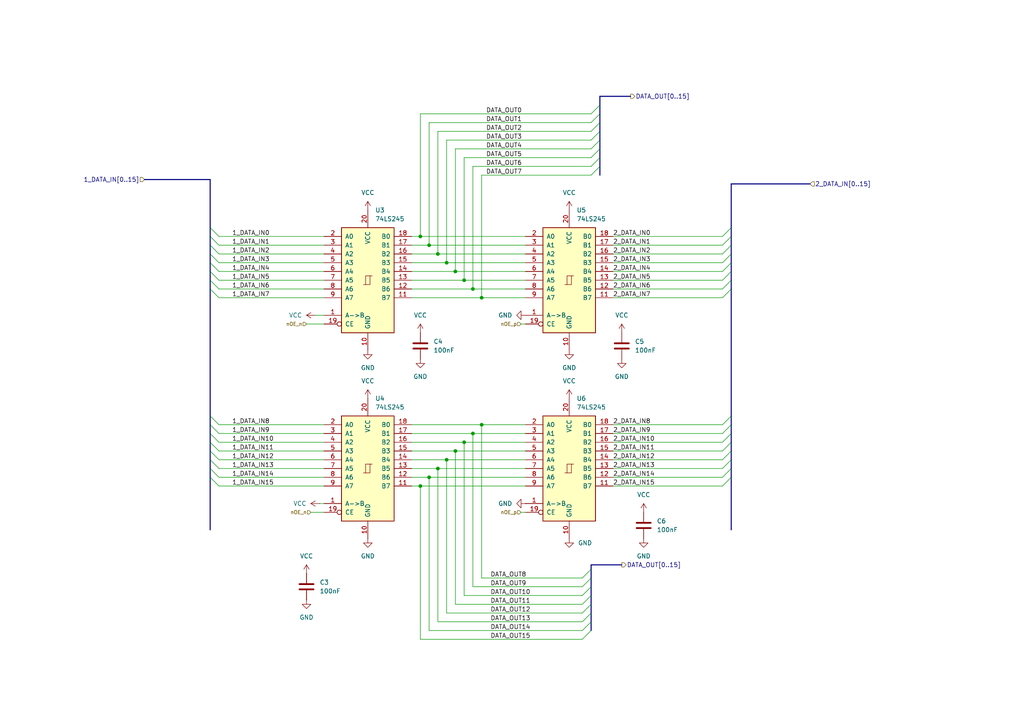
<source format=kicad_sch>
(kicad_sch (version 20250114) (generator "eeschema") (generator_version "9.0")
  (paper "A4")
  (title_block (title "MUX"))
  (lib_symbols
    (symbol "74xx:74LS245" (pin_names (offset 1.016))
      (property "Reference" "U" (at -7.62 16.51 0))
      (property "Value" "74LS245" (at -7.62 -16.51 0))
      (symbol "74LS245_1_0"
        (polyline (pts (xy -1.27 -1.27) (xy 0.635 -1.27) (xy 0.635 1.27) (xy 1.27 1.27)))
        (polyline (pts (xy -0.635 -1.27) (xy -0.635 1.27) (xy 0.635 1.27)))
        (pin tri_state line (at -12.7 12.7 0) (length 5.08) (name "A0") (number "2"))
        (pin tri_state line (at -12.7 10.16 0) (length 5.08) (name "A1") (number "3"))
        (pin tri_state line (at -12.7 7.62 0) (length 5.08) (name "A2") (number "4"))
        (pin tri_state line (at -12.7 5.08 0) (length 5.08) (name "A3") (number "5"))
        (pin tri_state line (at -12.7 2.54 0) (length 5.08) (name "A4") (number "6"))
        (pin tri_state line (at -12.7 0 0) (length 5.08) (name "A5") (number "7"))
        (pin tri_state line (at -12.7 -2.54 0) (length 5.08) (name "A6") (number "8"))
        (pin tri_state line (at -12.7 -5.08 0) (length 5.08) (name "A7") (number "9"))
        (pin input line (at -12.7 -10.16 0) (length 5.08) (name "A->B") (number "1"))
        (pin input inverted (at -12.7 -12.7 0) (length 5.08) (name "CE") (number "19"))
        (pin power_in line (at 0 20.32 270) (length 5.08) (name "VCC") (number "20"))
        (pin power_in line (at 0 -20.32 90) (length 5.08) (name "GND") (number "10"))
        (pin tri_state line (at 12.7 12.7 180) (length 5.08) (name "B0") (number "18"))
        (pin tri_state line (at 12.7 10.16 180) (length 5.08) (name "B1") (number "17"))
        (pin tri_state line (at 12.7 7.62 180) (length 5.08) (name "B2") (number "16"))
        (pin tri_state line (at 12.7 5.08 180) (length 5.08) (name "B3") (number "15"))
        (pin tri_state line (at 12.7 2.54 180) (length 5.08) (name "B4") (number "14"))
        (pin tri_state line (at 12.7 0 180) (length 5.08) (name "B5") (number "13"))
        (pin tri_state line (at 12.7 -2.54 180) (length 5.08) (name "B6") (number "12"))
        (pin tri_state line (at 12.7 -5.08 180) (length 5.08) (name "B7") (number "11"))
      )
      (symbol "74LS245_1_1"
        (rectangle (start -7.62 15.24) (end 7.62 -15.24) (stroke (width 0.254)) (fill (type background)))
      )
    )
    (symbol "Device:C" (pin_numbers (hide yes)) (pin_names (offset 0.254))
      (property "Reference" "C" (at 0.635 2.54 0))
      (property "Value" "C" (at 0.635 -2.54 0))
      (symbol "C_0_1"
        (polyline (pts (xy -2.032 0.762) (xy 2.032 0.762)) (stroke (width 0.508)))
        (polyline (pts (xy -2.032 -0.762) (xy 2.032 -0.762)) (stroke (width 0.508)))
      )
      (symbol "C_1_1"
        (pin passive line (at 0 3.81 270) (length 2.794) (name "~") (number "1"))
        (pin passive line (at 0 -3.81 90) (length 2.794) (name "~") (number "2"))
      )
    )
    (symbol "power:GND" (power) (pin_numbers (hide yes)) (pin_names (offset 0) (hide yes))
      (property "Value" "GND" (at 0 -3.81 0))
      (symbol "GND_0_1"
        (polyline (pts (xy 0 0) (xy 0 -1.27) (xy 1.27 -1.27) (xy 0 -2.54) (xy -1.27 -1.27) (xy 0 -1.27)))
      )
      (symbol "GND_1_1"
        (pin power_in line (at 0 0 270) (length 0) (name "~") (number "1"))
      )
    )
    (symbol "power:VCC" (power) (pin_numbers (hide yes)) (pin_names (offset 0) (hide yes))
      (property "Value" "VCC" (at 0 3.556 0))
      (symbol "VCC_0_1"
        (polyline (pts (xy -0.762 1.27) (xy 0 2.54)))
        (polyline (pts (xy 0 2.54) (xy 0.762 1.27)))
        (polyline (pts (xy 0 0) (xy 0 2.54)))
      )
      (symbol "VCC_1_1"
        (pin power_in line (at 0 0 90) (length 0) (name "~") (number "1"))
      )
    )
  )
  (junction (at 124.46 71.12))
  (junction (at 124.46 138.43))
  (junction (at 121.92 140.97))
  (junction (at 121.92 68.58))
  (junction (at 137.16 83.82))
  (junction (at 127 135.89))
  (junction (at 134.62 81.28))
  (junction (at 139.7 86.36))
  (junction (at 129.54 133.35))
  (junction (at 129.54 76.2))
  (junction (at 139.7 123.19))
  (junction (at 132.08 130.81))
  (junction (at 134.62 128.27))
  (junction (at 127 73.66))
  (junction (at 132.08 78.74))
  (junction (at 137.16 125.73))
  (bus_entry (at 212.09 81.28) (size -2.54 2.54))
  (bus_entry (at 60.96 125.73) (size 2.54 2.54))
  (bus_entry (at 171.45 43.18) (size 2.54 -2.54))
  (bus_entry (at 212.09 73.66) (size -2.54 2.54))
  (bus_entry (at 212.09 66.04) (size -2.54 2.54))
  (bus_entry (at 212.09 76.2) (size -2.54 2.54))
  (bus_entry (at 168.91 185.42) (size 2.54 -2.54))
  (bus_entry (at 212.09 128.27) (size -2.54 2.54))
  (bus_entry (at 60.96 71.12) (size 2.54 2.54))
  (bus_entry (at 212.09 135.89) (size -2.54 2.54))
  (bus_entry (at 168.91 177.8) (size 2.54 -2.54))
  (bus_entry (at 212.09 125.73) (size -2.54 2.54))
  (bus_entry (at 60.96 128.27) (size 2.54 2.54))
  (bus_entry (at 60.96 78.74) (size 2.54 2.54))
  (bus_entry (at 168.91 170.18) (size 2.54 -2.54))
  (bus_entry (at 171.45 38.1) (size 2.54 -2.54))
  (bus_entry (at 60.96 130.81) (size 2.54 2.54))
  (bus_entry (at 212.09 71.12) (size -2.54 2.54))
  (bus_entry (at 60.96 123.19) (size 2.54 2.54))
  (bus_entry (at 168.91 175.26) (size 2.54 -2.54))
  (bus_entry (at 171.45 45.72) (size 2.54 -2.54))
  (bus_entry (at 212.09 78.74) (size -2.54 2.54))
  (bus_entry (at 60.96 138.43) (size 2.54 2.54))
  (bus_entry (at 212.09 120.65) (size -2.54 2.54))
  (bus_entry (at 168.91 167.64) (size 2.54 -2.54))
  (bus_entry (at 60.96 81.28) (size 2.54 2.54))
  (bus_entry (at 60.96 76.2) (size 2.54 2.54))
  (bus_entry (at 171.45 48.26) (size 2.54 -2.54))
  (bus_entry (at 212.09 68.58) (size -2.54 2.54))
  (bus_entry (at 171.45 40.64) (size 2.54 -2.54))
  (bus_entry (at 60.96 73.66) (size 2.54 2.54))
  (bus_entry (at 168.91 180.34) (size 2.54 -2.54))
  (bus_entry (at 60.96 120.65) (size 2.54 2.54))
  (bus_entry (at 168.91 182.88) (size 2.54 -2.54))
  (bus_entry (at 60.96 83.82) (size 2.54 2.54))
  (bus_entry (at 212.09 83.82) (size -2.54 2.54))
  (bus_entry (at 212.09 130.81) (size -2.54 2.54))
  (bus_entry (at 212.09 123.19) (size -2.54 2.54))
  (bus_entry (at 60.96 133.35) (size 2.54 2.54))
  (bus_entry (at 212.09 133.35) (size -2.54 2.54))
  (bus_entry (at 60.96 135.89) (size 2.54 2.54))
  (bus_entry (at 212.09 138.43) (size -2.54 2.54))
  (bus_entry (at 168.91 172.72) (size 2.54 -2.54))
  (bus_entry (at 171.45 33.02) (size 2.54 -2.54))
  (bus_entry (at 171.45 50.8) (size 2.54 -2.54))
  (bus_entry (at 60.96 66.04) (size 2.54 2.54))
  (bus_entry (at 171.45 35.56) (size 2.54 -2.54))
  (bus_entry (at 60.96 68.58) (size 2.54 2.54))
  (bus (pts (xy 60.96 83.82) (xy 60.96 120.65)))
  (wire (pts (xy 134.62 172.72) (xy 134.62 128.27)))
  (bus (pts (xy 171.45 172.72) (xy 171.45 175.26)))
  (wire (pts (xy 168.91 177.8) (xy 129.54 177.8)))
  (wire (pts (xy 93.98 146.05) (xy 92.71 146.05)))
  (wire (pts (xy 129.54 40.64) (xy 129.54 76.2)))
  (bus (pts (xy 212.09 71.12) (xy 212.09 68.58)))
  (wire (pts (xy 171.45 38.1) (xy 127 38.1)))
  (wire (pts (xy 177.8 76.2) (xy 209.55 76.2)))
  (bus (pts (xy 60.96 133.35) (xy 60.96 135.89)))
  (wire (pts (xy 132.08 43.18) (xy 132.08 78.74)))
  (bus (pts (xy 212.09 78.74) (xy 212.09 76.2)))
  (bus (pts (xy 212.09 130.81) (xy 212.09 128.27)))
  (wire (pts (xy 63.5 140.97) (xy 93.98 140.97)))
  (wire (pts (xy 124.46 71.12) (xy 152.4 71.12)))
  (wire (pts (xy 119.38 68.58) (xy 121.92 68.58)))
  (bus (pts (xy 60.96 76.2) (xy 60.96 78.74)))
  (wire (pts (xy 177.8 86.36) (xy 209.55 86.36)))
  (wire (pts (xy 132.08 78.74) (xy 152.4 78.74)))
  (wire (pts (xy 119.38 76.2) (xy 129.54 76.2)))
  (wire (pts (xy 137.16 48.26) (xy 137.16 83.82)))
  (bus (pts (xy 41.91 52.07) (xy 60.96 52.07)))
  (wire (pts (xy 177.8 138.43) (xy 209.55 138.43)))
  (wire (pts (xy 63.5 123.19) (xy 93.98 123.19)))
  (wire (pts (xy 119.38 86.36) (xy 139.7 86.36)))
  (wire (pts (xy 129.54 133.35) (xy 152.4 133.35)))
  (bus (pts (xy 212.09 135.89) (xy 212.09 133.35)))
  (wire (pts (xy 139.7 123.19) (xy 152.4 123.19)))
  (wire (pts (xy 177.8 133.35) (xy 209.55 133.35)))
  (wire (pts (xy 121.92 68.58) (xy 152.4 68.58)))
  (bus (pts (xy 173.99 40.64) (xy 173.99 38.1)))
  (wire (pts (xy 63.5 83.82) (xy 93.98 83.82)))
  (wire (pts (xy 127 135.89) (xy 152.4 135.89)))
  (wire (pts (xy 119.38 135.89) (xy 127 135.89)))
  (wire (pts (xy 119.38 128.27) (xy 134.62 128.27)))
  (wire (pts (xy 151.13 93.98) (xy 152.4 93.98)))
  (wire (pts (xy 63.5 71.12) (xy 93.98 71.12)))
  (bus (pts (xy 171.45 165.1) (xy 171.45 167.64)))
  (wire (pts (xy 132.08 175.26) (xy 132.08 130.81)))
  (bus (pts (xy 60.96 81.28) (xy 60.96 83.82)))
  (bus (pts (xy 212.09 68.58) (xy 212.09 66.04)))
  (wire (pts (xy 119.38 78.74) (xy 132.08 78.74)))
  (wire (pts (xy 177.8 68.58) (xy 209.55 68.58)))
  (wire (pts (xy 177.8 81.28) (xy 209.55 81.28)))
  (bus (pts (xy 60.96 78.74) (xy 60.96 81.28)))
  (wire (pts (xy 177.8 128.27) (xy 209.55 128.27)))
  (bus (pts (xy 171.45 167.64) (xy 171.45 170.18)))
  (wire (pts (xy 129.54 177.8) (xy 129.54 133.35)))
  (wire (pts (xy 134.62 45.72) (xy 134.62 81.28)))
  (bus (pts (xy 171.45 180.34) (xy 171.45 182.88)))
  (wire (pts (xy 139.7 167.64) (xy 139.7 123.19)))
  (wire (pts (xy 137.16 83.82) (xy 152.4 83.82)))
  (bus (pts (xy 173.99 33.02) (xy 173.99 30.48)))
  (wire (pts (xy 63.5 128.27) (xy 93.98 128.27)))
  (wire (pts (xy 121.92 140.97) (xy 121.92 185.42)))
  (wire (pts (xy 93.98 91.44) (xy 91.44 91.44)))
  (bus (pts (xy 171.45 180.34) (xy 171.45 177.8)))
  (wire (pts (xy 127 180.34) (xy 127 135.89)))
  (bus (pts (xy 173.99 27.94) (xy 182.88 27.94)))
  (bus (pts (xy 173.99 38.1) (xy 173.99 35.56)))
  (wire (pts (xy 63.5 86.36) (xy 93.98 86.36)))
  (bus (pts (xy 60.96 68.58) (xy 60.96 71.12)))
  (wire (pts (xy 63.5 133.35) (xy 93.98 133.35)))
  (wire (pts (xy 171.45 35.56) (xy 124.46 35.56)))
  (bus (pts (xy 173.99 35.56) (xy 173.99 33.02)))
  (wire (pts (xy 127 38.1) (xy 127 73.66)))
  (wire (pts (xy 177.8 71.12) (xy 209.55 71.12)))
  (bus (pts (xy 173.99 30.48) (xy 173.99 27.94)))
  (bus (pts (xy 173.99 45.72) (xy 173.99 43.18)))
  (wire (pts (xy 139.7 50.8) (xy 139.7 86.36)))
  (bus (pts (xy 171.45 163.83) (xy 180.34 163.83)))
  (wire (pts (xy 63.5 125.73) (xy 93.98 125.73)))
  (bus (pts (xy 60.96 71.12) (xy 60.96 73.66)))
  (wire (pts (xy 63.5 76.2) (xy 93.98 76.2)))
  (wire (pts (xy 137.16 125.73) (xy 152.4 125.73)))
  (wire (pts (xy 177.8 125.73) (xy 209.55 125.73)))
  (bus (pts (xy 60.96 52.07) (xy 60.96 66.04)))
  (wire (pts (xy 177.8 135.89) (xy 209.55 135.89)))
  (wire (pts (xy 63.5 81.28) (xy 93.98 81.28)))
  (wire (pts (xy 63.5 135.89) (xy 93.98 135.89)))
  (bus (pts (xy 212.09 83.82) (xy 212.09 81.28)))
  (wire (pts (xy 63.5 138.43) (xy 93.98 138.43)))
  (wire (pts (xy 139.7 86.36) (xy 152.4 86.36)))
  (bus (pts (xy 212.09 128.27) (xy 212.09 125.73)))
  (bus (pts (xy 171.45 177.8) (xy 171.45 175.26)))
  (wire (pts (xy 171.45 40.64) (xy 129.54 40.64)))
  (wire (pts (xy 63.5 73.66) (xy 93.98 73.66)))
  (wire (pts (xy 119.38 125.73) (xy 137.16 125.73)))
  (wire (pts (xy 124.46 35.56) (xy 124.46 71.12)))
  (bus (pts (xy 212.09 153.67) (xy 212.09 138.43)))
  (wire (pts (xy 121.92 140.97) (xy 152.4 140.97)))
  (wire (pts (xy 177.8 73.66) (xy 209.55 73.66)))
  (bus (pts (xy 173.99 48.26) (xy 173.99 45.72)))
  (wire (pts (xy 168.91 170.18) (xy 137.16 170.18)))
  (wire (pts (xy 119.38 123.19) (xy 139.7 123.19)))
  (wire (pts (xy 129.54 76.2) (xy 152.4 76.2)))
  (wire (pts (xy 119.38 73.66) (xy 127 73.66)))
  (wire (pts (xy 119.38 81.28) (xy 134.62 81.28)))
  (bus (pts (xy 212.09 120.65) (xy 212.09 83.82)))
  (wire (pts (xy 121.92 33.02) (xy 121.92 68.58)))
  (wire (pts (xy 119.38 133.35) (xy 129.54 133.35)))
  (bus (pts (xy 212.09 66.04) (xy 212.09 53.34)))
  (wire (pts (xy 151.13 148.59) (xy 152.4 148.59)))
  (wire (pts (xy 134.62 128.27) (xy 152.4 128.27)))
  (wire (pts (xy 168.91 182.88) (xy 124.46 182.88)))
  (wire (pts (xy 121.92 185.42) (xy 168.91 185.42)))
  (bus (pts (xy 60.96 135.89) (xy 60.96 138.43)))
  (bus (pts (xy 212.09 73.66) (xy 212.09 71.12)))
  (wire (pts (xy 134.62 81.28) (xy 152.4 81.28)))
  (wire (pts (xy 124.46 138.43) (xy 152.4 138.43)))
  (wire (pts (xy 168.91 172.72) (xy 134.62 172.72)))
  (bus (pts (xy 171.45 163.83) (xy 171.45 165.1)))
  (wire (pts (xy 171.45 43.18) (xy 132.08 43.18)))
  (bus (pts (xy 173.99 43.18) (xy 173.99 40.64)))
  (bus (pts (xy 212.09 76.2) (xy 212.09 73.66)))
  (wire (pts (xy 124.46 182.88) (xy 124.46 138.43)))
  (wire (pts (xy 168.91 167.64) (xy 139.7 167.64)))
  (bus (pts (xy 60.96 130.81) (xy 60.96 133.35)))
  (bus (pts (xy 60.96 66.04) (xy 60.96 68.58)))
  (bus (pts (xy 212.09 81.28) (xy 212.09 78.74)))
  (bus (pts (xy 212.09 123.19) (xy 212.09 120.65)))
  (bus (pts (xy 60.96 73.66) (xy 60.96 76.2)))
  (bus (pts (xy 212.09 125.73) (xy 212.09 123.19)))
  (bus (pts (xy 212.09 133.35) (xy 212.09 130.81)))
  (wire (pts (xy 177.8 83.82) (xy 209.55 83.82)))
  (wire (pts (xy 177.8 130.81) (xy 209.55 130.81)))
  (bus (pts (xy 171.45 170.18) (xy 171.45 172.72)))
  (wire (pts (xy 132.08 130.81) (xy 152.4 130.81)))
  (wire (pts (xy 63.5 78.74) (xy 93.98 78.74)))
  (wire (pts (xy 177.8 140.97) (xy 209.55 140.97)))
  (bus (pts (xy 212.09 53.34) (xy 234.95 53.34)))
  (wire (pts (xy 119.38 83.82) (xy 137.16 83.82)))
  (bus (pts (xy 60.96 125.73) (xy 60.96 128.27)))
  (wire (pts (xy 168.91 180.34) (xy 127 180.34)))
  (wire (pts (xy 119.38 130.81) (xy 132.08 130.81)))
  (bus (pts (xy 60.96 128.27) (xy 60.96 130.81)))
  (bus (pts (xy 60.96 138.43) (xy 60.96 153.67)))
  (wire (pts (xy 171.45 45.72) (xy 134.62 45.72)))
  (wire (pts (xy 171.45 50.8) (xy 139.7 50.8)))
  (wire (pts (xy 63.5 130.81) (xy 93.98 130.81)))
  (wire (pts (xy 90.17 148.59) (xy 93.98 148.59)))
  (wire (pts (xy 119.38 140.97) (xy 121.92 140.97)))
  (wire (pts (xy 177.8 78.74) (xy 209.55 78.74)))
  (wire (pts (xy 119.38 138.43) (xy 124.46 138.43)))
  (wire (pts (xy 137.16 170.18) (xy 137.16 125.73)))
  (bus (pts (xy 173.99 50.8) (xy 173.99 48.26)))
  (wire (pts (xy 171.45 48.26) (xy 137.16 48.26)))
  (wire (pts (xy 127 73.66) (xy 152.4 73.66)))
  (bus (pts (xy 60.96 120.65) (xy 60.96 123.19)))
  (wire (pts (xy 177.8 123.19) (xy 209.55 123.19)))
  (wire (pts (xy 88.9 93.98) (xy 93.98 93.98)))
  (bus (pts (xy 212.09 138.43) (xy 212.09 135.89)))
  (bus (pts (xy 60.96 123.19) (xy 60.96 125.73)))
  (wire (pts (xy 119.38 71.12) (xy 124.46 71.12)))
  (wire (pts (xy 63.5 68.58) (xy 93.98 68.58)))
  (wire (pts (xy 168.91 175.26) (xy 132.08 175.26)))
  (wire (pts (xy 171.45 33.02) (xy 121.92 33.02)))
  (label "2_DATA_IN13" (at 177.8 135.89 0))
  (label "2_DATA_IN1" (at 177.8 71.12 0))
  (label "2_DATA_IN10" (at 177.8 128.27 0))
  (label "2_DATA_IN6" (at 177.8 83.82 0))
  (label "1_DATA_IN2" (at 67.31 73.66 0))
  (label "1_DATA_IN0" (at 67.31 68.58 0))
  (label "DATA_OUT5" (at 140.97 45.72 0))
  (label "DATA_OUT10" (at 142.24 172.72 0))
  (label "DATA_OUT4" (at 140.97 43.18 0))
  (label "1_DATA_IN15" (at 67.31 140.97 0))
  (label "2_DATA_IN9" (at 177.8 125.73 0))
  (label "DATA_OUT3" (at 140.97 40.64 0))
  (label "DATA_OUT0" (at 140.97 33.02 0))
  (label "1_DATA_IN1" (at 67.31 71.12 0))
  (label "2_DATA_IN7" (at 177.8 86.36 0))
  (label "2_DATA_IN15" (at 177.8 140.97 0))
  (label "1_DATA_IN5" (at 67.31 81.28 0))
  (label "DATA_OUT9" (at 142.24 170.18 0))
  (label "1_DATA_IN7" (at 67.31 86.36 0))
  (label "1_DATA_IN8" (at 67.31 123.19 0))
  (label "2_DATA_IN12" (at 177.8 133.35 0))
  (label "1_DATA_IN11" (at 67.31 130.81 0))
  (label "DATA_OUT12" (at 142.24 177.8 0))
  (label "2_DATA_IN8" (at 177.8 123.19 0))
  (label "DATA_OUT7" (at 140.97 50.8 0))
  (label "DATA_OUT1" (at 140.97 35.56 0))
  (label "1_DATA_IN9" (at 67.31 125.73 0))
  (label "2_DATA_IN4" (at 177.8 78.74 0))
  (label "2_DATA_IN14" (at 177.8 138.43 0))
  (label "DATA_OUT14" (at 142.24 182.88 0))
  (label "DATA_OUT13" (at 142.24 180.34 0))
  (label "1_DATA_IN14" (at 67.31 138.43 0))
  (label "2_DATA_IN3" (at 177.8 76.2 0))
  (label "1_DATA_IN4" (at 67.31 78.74 0))
  (label "2_DATA_IN2" (at 177.8 73.66 0))
  (label "DATA_OUT6" (at 140.97 48.26 0))
  (label "1_DATA_IN6" (at 67.31 83.82 0))
  (label "1_DATA_IN13" (at 67.31 135.89 0))
  (label "1_DATA_IN10" (at 67.31 128.27 0))
  (label "DATA_OUT2" (at 140.97 38.1 0))
  (label "2_DATA_IN0" (at 177.8 68.58 0))
  (label "2_DATA_IN11" (at 177.8 130.81 0))
  (label "DATA_OUT8" (at 142.24 167.64 0))
  (label "DATA_OUT11" (at 142.24 175.26 0))
  (label "1_DATA_IN12" (at 67.31 133.35 0))
  (label "DATA_OUT15" (at 142.24 185.42 0))
  (label "1_DATA_IN3" (at 67.31 76.2 0))
  (label "2_DATA_IN5" (at 177.8 81.28 0))
  (hierarchical_label "nOE_n" (shape input) (at 90.17 148.59 180) (effects (font (size 1.016 1.016))))
  (hierarchical_label "1_DATA_IN[0..15]" (shape input) (at 41.91 52.07 180))
  (hierarchical_label "2_DATA_IN[0..15]" (shape input) (at 234.95 53.34 0))
  (hierarchical_label "nOE_n" (shape input) (at 88.9 93.98 180) (effects (font (size 1.016 1.016))))
  (hierarchical_label "nOE_p" (shape input) (at 151.13 93.98 180) (effects (font (size 1.016 1.016))))
  (hierarchical_label "nOE_p" (shape input) (at 151.13 148.59 180) (effects (font (size 1.016 1.016))))
  (hierarchical_label "DATA_OUT[0..15]" (shape output) (at 180.34 163.83 0))
  (hierarchical_label "DATA_OUT[0..15]" (shape output) (at 182.88 27.94 0))
  (symbol (lib_id "power:VCC") (at 180.34 96.52 0) (unit 1)
    (property "Reference" "#PWR031" (effects (hide yes)))
    (property "Value" "VCC" (at 180.34 91.44 0))
    (property "Description" "Power symbol creates a global label with name \"VCC\"" (effects (hide yes)))
    (instances (project "memory_controller" (path "" (reference "#PWR031") (unit 1)) (path "" (reference "#PWR0101") (unit 1))))
  )
  (symbol (lib_id "power:GND") (at 165.1 101.6 0) (unit 1)
    (property "Reference" "#PWR028" (effects (hide yes)))
    (property "Value" "GND" (at 165.1 106.68 0))
    (property "Description" "Power symbol creates a global label with name \"GND\" , ground" (effects (hide yes)))
    (instances (project "memory_controller" (path "" (reference "#PWR028") (unit 1)) (path "" (reference "#PWR098") (unit 1))))
  )
  (symbol (lib_id "power:VCC") (at 186.69 148.59 0) (unit 1)
    (property "Reference" "#PWR033" (effects (hide yes)))
    (property "Value" "VCC" (at 186.69 143.51 0))
    (property "Description" "Power symbol creates a global label with name \"VCC\"" (effects (hide yes)))
    (instances (project "memory_controller" (path "" (reference "#PWR033") (unit 1)) (path "" (reference "#PWR0103") (unit 1))))
  )
  (symbol (lib_id "power:VCC") (at 121.92 96.52 0) (unit 1)
    (property "Reference" "#PWR023" (effects (hide yes)))
    (property "Value" "VCC" (at 121.92 91.44 0))
    (property "Description" "Power symbol creates a global label with name \"VCC\"" (effects (hide yes)))
    (instances (project "memory_controller" (path "" (reference "#PWR023") (unit 1)) (path "" (reference "#PWR093") (unit 1))))
  )
  (symbol (lib_id "power:VCC") (at 165.1 115.57 0) (unit 1)
    (property "Reference" "#PWR029" (effects (hide yes)))
    (property "Value" "VCC" (at 165.1 110.49 0))
    (property "Description" "Power symbol creates a global label with name \"VCC\"" (effects (hide yes)))
    (instances (project "memory_controller" (path "" (reference "#PWR029") (unit 1)) (path "" (reference "#PWR099") (unit 1))))
  )
  (symbol (lib_id "74xx:74LS245") (at 165.1 135.89 0) (unit 1)
    (property "Reference" "U6" (at 167.2433 115.57 0) (effects (justify left)))
    (property "Value" "74LS245" (at 167.2433 118.11 0) (effects (justify left)))
    (property "Datasheet" "http://www.ti.com/lit/gpn/sn74LS245" (effects (hide yes)))
    (property "Description" "Octal BUS Transceivers, 3-State outputs" (effects (hide yes)))
    (instances (project "memory_controller" (path "" (reference "U6") (unit 1)) (path "" (reference "U20") (unit 1))))
  )
  (symbol (lib_id "74xx:74LS245") (at 165.1 81.28 0) (unit 1)
    (property "Reference" "U5" (at 167.2433 60.96 0) (effects (justify left)))
    (property "Value" "74LS245" (at 167.2433 63.5 0) (effects (justify left)))
    (property "Datasheet" "http://www.ti.com/lit/gpn/sn74LS245" (effects (hide yes)))
    (property "Description" "Octal BUS Transceivers, 3-State outputs" (effects (hide yes)))
    (instances (project "memory_controller" (path "" (reference "U5") (unit 1)) (path "" (reference "U19") (unit 1))))
  )
  (symbol (lib_id "Device:C") (at 180.34 100.33 180) (unit 1)
    (property "Reference" "C5" (at 184.15 99.0599 0) (effects (justify right)))
    (property "Value" "100nF" (at 184.15 101.5999 0) (effects (justify right)))
    (property "Description" "Unpolarized capacitor" (effects (hide yes)))
    (instances (project "memory_controller" (path "" (reference "C5") (unit 1)) (path "" (reference "C19") (unit 1))))
  )
  (symbol (lib_id "power:GND") (at 165.1 156.21 0) (unit 1)
    (property "Reference" "#PWR030" (effects (hide yes)))
    (property "Value" "GND" (at 167.64 157.4799 0) (effects (justify left)))
    (property "Description" "Power symbol creates a global label with name \"GND\" , ground" (effects (hide yes)))
    (instances (project "memory_controller" (path "" (reference "#PWR030") (unit 1)) (path "" (reference "#PWR0100") (unit 1))))
  )
  (symbol (lib_id "power:VCC") (at 92.71 146.05 90) (unit 1)
    (property "Reference" "#PWR018" (effects (hide yes)))
    (property "Value" "VCC" (at 88.9 146.0499 90) (effects (justify left)))
    (property "Description" "Power symbol creates a global label with name \"VCC\"" (effects (hide yes)))
    (instances (project "memory_controller" (path "" (reference "#PWR018") (unit 1)) (path "" (reference "#PWR088") (unit 1))))
  )
  (symbol (lib_id "74xx:74LS245") (at 106.68 135.89 0) (unit 1)
    (property "Reference" "U4" (at 108.8233 115.57 0) (effects (justify left)))
    (property "Value" "74LS245" (at 108.8233 118.11 0) (effects (justify left)))
    (property "Datasheet" "http://www.ti.com/lit/gpn/sn74LS245" (effects (hide yes)))
    (property "Description" "Octal BUS Transceivers, 3-State outputs" (effects (hide yes)))
    (instances (project "memory_controller" (path "" (reference "U4") (unit 1)) (path "" (reference "U18") (unit 1))))
  )
  (symbol (lib_id "power:GND") (at 121.92 104.14 0) (unit 1)
    (property "Reference" "#PWR024" (effects (hide yes)))
    (property "Value" "GND" (at 121.92 109.22 0))
    (property "Description" "Power symbol creates a global label with name \"GND\" , ground" (effects (hide yes)))
    (instances (project "memory_controller" (path "" (reference "#PWR024") (unit 1)) (path "" (reference "#PWR094") (unit 1))))
  )
  (symbol (lib_id "power:VCC") (at 106.68 115.57 0) (unit 1)
    (property "Reference" "#PWR021" (effects (hide yes)))
    (property "Value" "VCC" (at 106.68 110.49 0))
    (property "Description" "Power symbol creates a global label with name \"VCC\"" (effects (hide yes)))
    (instances (project "memory_controller" (path "" (reference "#PWR021") (unit 1)) (path "" (reference "#PWR091") (unit 1))))
  )
  (symbol (lib_id "Device:C") (at 186.69 152.4 180) (unit 1)
    (property "Reference" "C6" (at 190.5 151.1299 0) (effects (justify right)))
    (property "Value" "100nF" (at 190.5 153.6699 0) (effects (justify right)))
    (property "Description" "Unpolarized capacitor" (effects (hide yes)))
    (instances (project "memory_controller" (path "" (reference "C6") (unit 1)) (path "" (reference "C20") (unit 1))))
  )
  (symbol (lib_id "power:VCC") (at 165.1 60.96 0) (unit 1)
    (property "Reference" "#PWR027" (effects (hide yes)))
    (property "Value" "VCC" (at 165.1 55.88 0))
    (property "Description" "Power symbol creates a global label with name \"VCC\"" (effects (hide yes)))
    (instances (project "memory_controller" (path "" (reference "#PWR027") (unit 1)) (path "" (reference "#PWR097") (unit 1))))
  )
  (symbol (lib_id "power:GND") (at 152.4 91.44 270) (unit 1)
    (property "Reference" "#PWR025" (effects (hide yes)))
    (property "Value" "GND" (at 148.59 91.4399 90) (effects (justify right)))
    (property "Description" "Power symbol creates a global label with name \"GND\" , ground" (effects (hide yes)))
    (instances (project "memory_controller" (path "" (reference "#PWR025") (unit 1)) (path "" (reference "#PWR095") (unit 1))))
  )
  (symbol (lib_id "power:GND") (at 180.34 104.14 0) (unit 1)
    (property "Reference" "#PWR032" (effects (hide yes)))
    (property "Value" "GND" (at 180.34 109.22 0))
    (property "Description" "Power symbol creates a global label with name \"GND\" , ground" (effects (hide yes)))
    (instances (project "memory_controller" (path "" (reference "#PWR032") (unit 1)) (path "" (reference "#PWR0102") (unit 1))))
  )
  (symbol (lib_id "power:GND") (at 186.69 156.21 0) (unit 1)
    (property "Reference" "#PWR034" (effects (hide yes)))
    (property "Value" "GND" (at 186.69 161.29 0))
    (property "Description" "Power symbol creates a global label with name \"GND\" , ground" (effects (hide yes)))
    (instances (project "memory_controller" (path "" (reference "#PWR034") (unit 1)) (path "" (reference "#PWR0104") (unit 1))))
  )
  (symbol (lib_id "power:VCC") (at 106.68 60.96 0) (unit 1)
    (property "Reference" "#PWR019" (effects (hide yes)))
    (property "Value" "VCC" (at 106.68 55.88 0))
    (property "Description" "Power symbol creates a global label with name \"VCC\"" (effects (hide yes)))
    (instances (project "memory_controller" (path "" (reference "#PWR019") (unit 1)) (path "" (reference "#PWR089") (unit 1))))
  )
  (symbol (lib_id "Device:C") (at 88.9 170.18 180) (unit 1)
    (property "Reference" "C3" (at 92.71 168.9099 0) (effects (justify right)))
    (property "Value" "100nF" (at 92.71 171.4499 0) (effects (justify right)))
    (property "Description" "Unpolarized capacitor" (effects (hide yes)))
    (instances (project "memory_controller" (path "" (reference "C3") (unit 1)) (path "" (reference "C17") (unit 1))))
  )
  (symbol (lib_id "power:VCC") (at 91.44 91.44 90) (unit 1)
    (property "Reference" "#PWR017" (effects (hide yes)))
    (property "Value" "VCC" (at 87.63 91.4399 90) (effects (justify left)))
    (property "Description" "Power symbol creates a global label with name \"VCC\"" (effects (hide yes)))
    (instances (project "memory_controller" (path "" (reference "#PWR017") (unit 1)) (path "" (reference "#PWR087") (unit 1))))
  )
  (symbol (lib_id "power:VCC") (at 88.9 166.37 0) (unit 1)
    (property "Reference" "#PWR015" (effects (hide yes)))
    (property "Value" "VCC" (at 88.9 161.29 0))
    (property "Description" "Power symbol creates a global label with name \"VCC\"" (effects (hide yes)))
    (instances (project "memory_controller" (path "" (reference "#PWR015") (unit 1)) (path "" (reference "#PWR085") (unit 1))))
  )
  (symbol (lib_id "power:GND") (at 106.68 156.21 0) (unit 1)
    (property "Reference" "#PWR022" (effects (hide yes)))
    (property "Value" "GND" (at 106.68 161.29 0))
    (property "Description" "Power symbol creates a global label with name \"GND\" , ground" (effects (hide yes)))
    (instances (project "memory_controller" (path "" (reference "#PWR022") (unit 1)) (path "" (reference "#PWR092") (unit 1))))
  )
  (symbol (lib_id "power:GND") (at 152.4 146.05 270) (unit 1)
    (property "Reference" "#PWR026" (effects (hide yes)))
    (property "Value" "GND" (at 148.59 146.0499 90) (effects (justify right)))
    (property "Description" "Power symbol creates a global label with name \"GND\" , ground" (effects (hide yes)))
    (instances (project "memory_controller" (path "" (reference "#PWR026") (unit 1)) (path "" (reference "#PWR096") (unit 1))))
  )
  (symbol (lib_id "power:GND") (at 106.68 101.6 0) (unit 1)
    (property "Reference" "#PWR020" (effects (hide yes)))
    (property "Value" "GND" (at 106.68 106.68 0))
    (property "Description" "Power symbol creates a global label with name \"GND\" , ground" (effects (hide yes)))
    (instances (project "memory_controller" (path "" (reference "#PWR020") (unit 1)) (path "" (reference "#PWR090") (unit 1))))
  )
  (symbol (lib_id "power:GND") (at 88.9 173.99 0) (unit 1)
    (property "Reference" "#PWR016" (effects (hide yes)))
    (property "Value" "GND" (at 88.9 179.07 0))
    (property "Description" "Power symbol creates a global label with name \"GND\" , ground" (effects (hide yes)))
    (instances (project "memory_controller" (path "" (reference "#PWR016") (unit 1)) (path "" (reference "#PWR086") (unit 1))))
  )
  (symbol (lib_id "74xx:74LS245") (at 106.68 81.28 0) (unit 1)
    (property "Reference" "U3" (at 108.8233 60.96 0) (effects (justify left)))
    (property "Value" "74LS245" (at 108.8233 63.5 0) (effects (justify left)))
    (property "Datasheet" "http://www.ti.com/lit/gpn/sn74LS245" (effects (hide yes)))
    (property "Description" "Octal BUS Transceivers, 3-State outputs" (effects (hide yes)))
    (instances (project "memory_controller" (path "" (reference "U3") (unit 1)) (path "" (reference "U17") (unit 1))))
  )
  (symbol (lib_id "Device:C") (at 121.92 100.33 180) (unit 1)
    (property "Reference" "C4" (at 125.73 99.0599 0) (effects (justify right)))
    (property "Value" "100nF" (at 125.73 101.5999 0) (effects (justify right)))
    (property "Description" "Unpolarized capacitor" (effects (hide yes)))
    (instances (project "memory_controller" (path "" (reference "C4") (unit 1)) (path "" (reference "C18") (unit 1))))
  )
)
</source>
